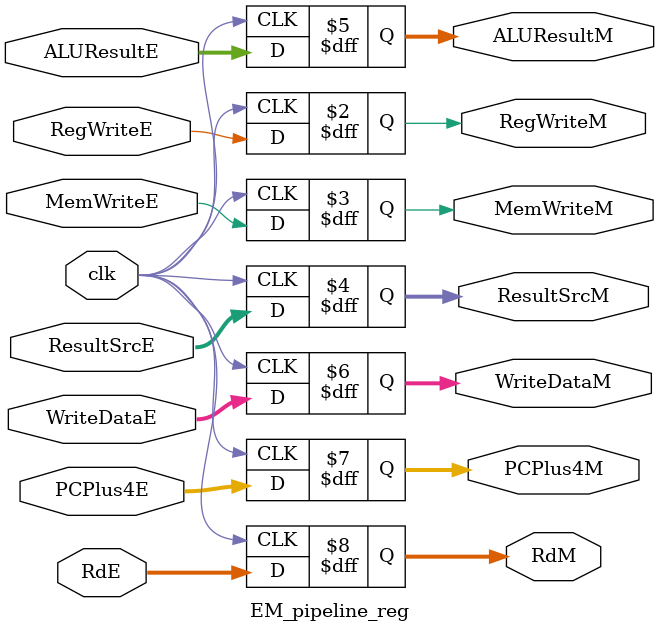
<source format=v>
/* Author: Yehia Darwish
   Status: Undergraduate
   Department: ECE, Alexandria University(Egypt)
*/
/* Date: 11/09/2024
   File Name: EM_pipeline_reg.v 
   Category: module
*/
/* keywords: ALUResult, WriteData, Rdm, ResultSrcE
   Function: pipeline register
    
*/
// Note: This is a submodule

`timescale 1ns / 1ps

module EM_pipeline_reg(
    input clk,RegWriteE,MemWriteE,                  
    input [1:0] ResultSrcE,                     
    input [31:0] ALUResultE,WriteDataE,PCPlus4E,
    input [4:0] RdE,                                 
    output reg RegWriteM,MemWriteM,
    output reg [1:0] ResultSrcM,
    output reg [31:0] ALUResultM,WriteDataM,PCPlus4M,
    output reg [4:0] RdM
    );
     always @(posedge clk)
           begin
               RegWriteM <= RegWriteE;
               ResultSrcM <= ResultSrcE;
               MemWriteM <= MemWriteE;
               ALUResultM <= ALUResultE;
               WriteDataM <= WriteDataE;
               RdM <= RdE;
               PCPlus4M <= PCPlus4E;
           end 
endmodule

</source>
